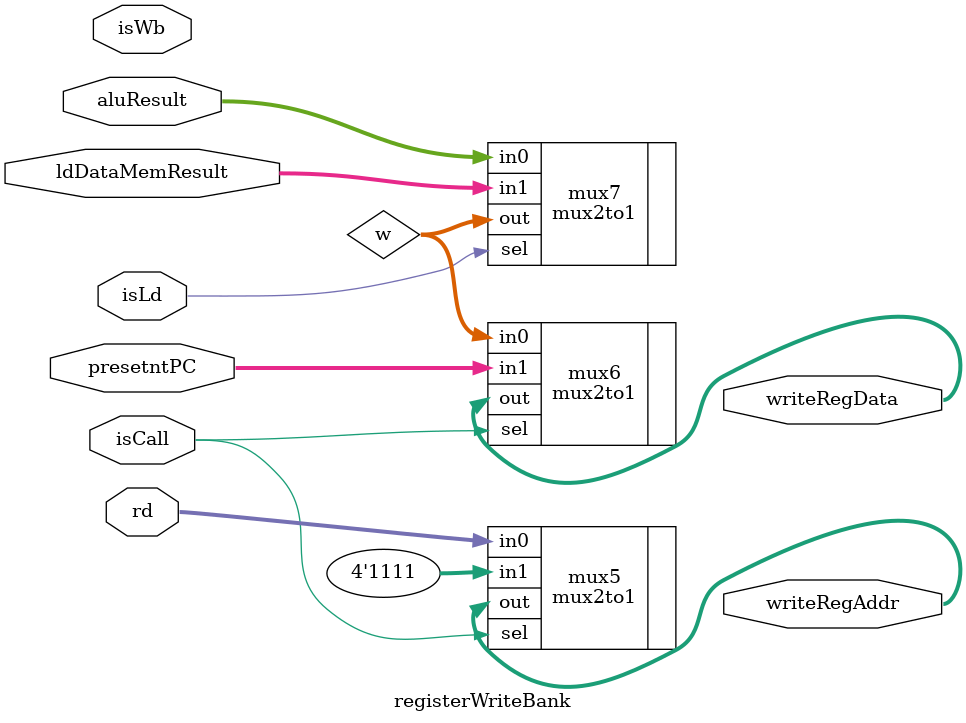
<source format=v>
`include "instructionDecode.v"

module registerFile (
    ldData,
    clrData,
    readData1,
    readData2,
    writeData,
    sr1Addr,
    sr2Addr,
    drAddr,
    wr,
    clk,
    rst
);
    input [3:0] sr1Addr, sr2Addr, drAddr;
    input wr, clk, rst, ldData, clrData;
    output [31:0] readData1, readData2;
    wire [31:0] temp_readData1, temp_readData2;
    input [31:0] writeData;
    reg [31:0] regFile[0:15];
    integer i;
    assign readData2 = regFile[sr2Addr];
    assign readData1 = regFile[sr1Addr];
    /* dff d1 (
        .q  (readData1),
        .d  (temp_readData1),
        .ld (ldData),
        .clr(clrData),
        .clk(clk)
    );
     dff d2 (
        .q  (readData2),
        .d  (temp_readData2),
        .ld (ldData),
        .clr(clrData),
        .clk(clk)
    );
    */
    always @(posedge clk) begin
        if (rst) for (i = 0; i < 16; i = i + 1) regFile[i] <= 0;
        if (wr) regFile[drAddr] <= writeData;
    end
endmodule

module operandFetchUnit (
    isRet,
    isSt,
    rs1,
    rs2,
    rd,
    ra,
    output1,
    output2
);
    output [3:0] output1, output2;
    input isRet, isSt;
    input [3:0] rs1, rs2, rd, ra;
    mux2to1 mux2 (
        .out(output1),
        .in0(rs1),
        .in1(4'd15),
        .sel(isRet)
    );
    mux2to1 mux3 (
        .out(output2),
        .in0(rs2),
        .in1(rd),
        .sel(isSt)
    );
endmodule

module registerWriteBank (
    isWb,
    aluResult,
    ldDataMemResult,
    isLd,
    isCall,
    presetntPC,
    writeRegAddr,
    writeRegData,
    rd
);
    output [15:0] writeRegData;
    output [3:0] writeRegAddr;
    input [31:0] presetntPC, ldDataMemResult, aluResult;
    input [3:0] rd;
    input isWb;
    input isLd, isCall;
    wire [31:0] w;
    mux2to1 mux5 (
        .out(writeRegAddr),
        .in0(rd),
        .in1(4'd15),
        .sel(isCall)
    );
    mux2to1 mux6 (
        .out(writeRegData),
        .in0(w),
        .in1(presetntPC),
        .sel(isCall)
    );
    mux2to1 mux7 (
        .out(w),
        .in0(aluResult),
        .in1(ldDataMemResult),
        .sel(isLd)
    );
endmodule
</source>
